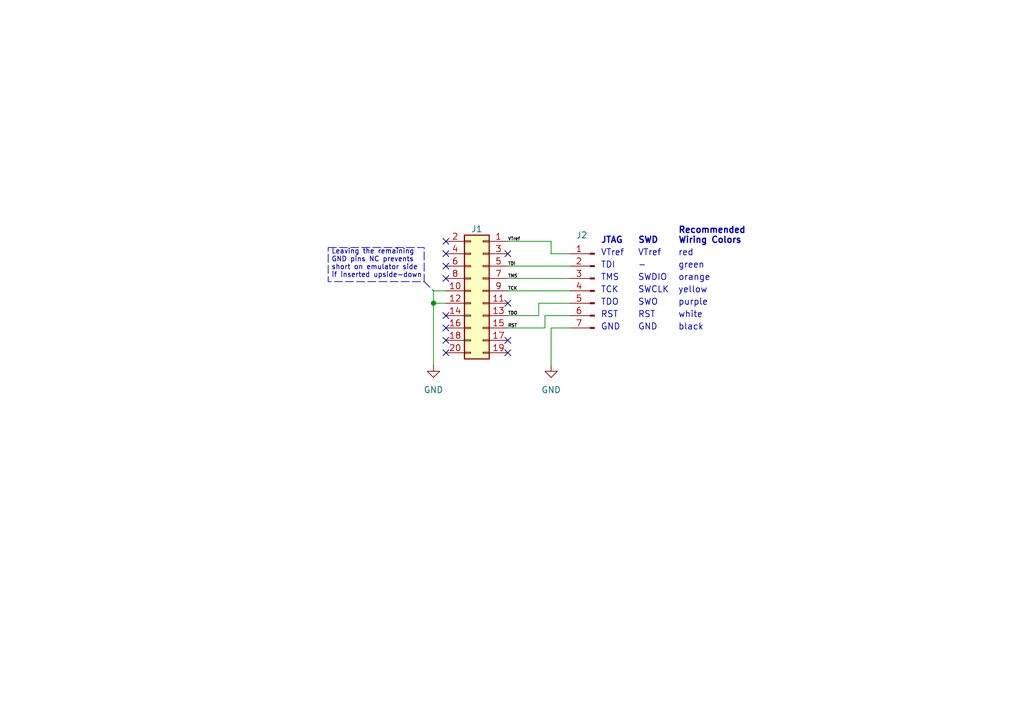
<source format=kicad_sch>
(kicad_sch (version 20230121) (generator eeschema)

  (uuid 4db151bd-4e0c-4cc5-b5f9-660ed31bc70a)

  (paper "A5")

  (title_block
    (title "jtag-wire-adapter")
    (date "2023-04-16")
    (rev "1")
    (company "https://github.com/islandcontroller/jtag-wire-adapter")
  )

  (lib_symbols
    (symbol "Connector:Conn_01x07_Pin" (pin_names (offset 1.016) hide) (in_bom yes) (on_board yes)
      (property "Reference" "J" (at 0 10.16 0)
        (effects (font (size 1.27 1.27)))
      )
      (property "Value" "Conn_01x07_Pin" (at 0 -10.16 0)
        (effects (font (size 1.27 1.27)))
      )
      (property "Footprint" "" (at 0 0 0)
        (effects (font (size 1.27 1.27)) hide)
      )
      (property "Datasheet" "~" (at 0 0 0)
        (effects (font (size 1.27 1.27)) hide)
      )
      (property "ki_locked" "" (at 0 0 0)
        (effects (font (size 1.27 1.27)))
      )
      (property "ki_keywords" "connector" (at 0 0 0)
        (effects (font (size 1.27 1.27)) hide)
      )
      (property "ki_description" "Generic connector, single row, 01x07, script generated" (at 0 0 0)
        (effects (font (size 1.27 1.27)) hide)
      )
      (property "ki_fp_filters" "Connector*:*_1x??_*" (at 0 0 0)
        (effects (font (size 1.27 1.27)) hide)
      )
      (symbol "Conn_01x07_Pin_1_1"
        (polyline
          (pts
            (xy 1.27 -7.62)
            (xy 0.8636 -7.62)
          )
          (stroke (width 0.1524) (type default))
          (fill (type none))
        )
        (polyline
          (pts
            (xy 1.27 -5.08)
            (xy 0.8636 -5.08)
          )
          (stroke (width 0.1524) (type default))
          (fill (type none))
        )
        (polyline
          (pts
            (xy 1.27 -2.54)
            (xy 0.8636 -2.54)
          )
          (stroke (width 0.1524) (type default))
          (fill (type none))
        )
        (polyline
          (pts
            (xy 1.27 0)
            (xy 0.8636 0)
          )
          (stroke (width 0.1524) (type default))
          (fill (type none))
        )
        (polyline
          (pts
            (xy 1.27 2.54)
            (xy 0.8636 2.54)
          )
          (stroke (width 0.1524) (type default))
          (fill (type none))
        )
        (polyline
          (pts
            (xy 1.27 5.08)
            (xy 0.8636 5.08)
          )
          (stroke (width 0.1524) (type default))
          (fill (type none))
        )
        (polyline
          (pts
            (xy 1.27 7.62)
            (xy 0.8636 7.62)
          )
          (stroke (width 0.1524) (type default))
          (fill (type none))
        )
        (rectangle (start 0.8636 -7.493) (end 0 -7.747)
          (stroke (width 0.1524) (type default))
          (fill (type outline))
        )
        (rectangle (start 0.8636 -4.953) (end 0 -5.207)
          (stroke (width 0.1524) (type default))
          (fill (type outline))
        )
        (rectangle (start 0.8636 -2.413) (end 0 -2.667)
          (stroke (width 0.1524) (type default))
          (fill (type outline))
        )
        (rectangle (start 0.8636 0.127) (end 0 -0.127)
          (stroke (width 0.1524) (type default))
          (fill (type outline))
        )
        (rectangle (start 0.8636 2.667) (end 0 2.413)
          (stroke (width 0.1524) (type default))
          (fill (type outline))
        )
        (rectangle (start 0.8636 5.207) (end 0 4.953)
          (stroke (width 0.1524) (type default))
          (fill (type outline))
        )
        (rectangle (start 0.8636 7.747) (end 0 7.493)
          (stroke (width 0.1524) (type default))
          (fill (type outline))
        )
        (pin passive line (at 5.08 7.62 180) (length 3.81)
          (name "Pin_1" (effects (font (size 1.27 1.27))))
          (number "1" (effects (font (size 1.27 1.27))))
        )
        (pin passive line (at 5.08 5.08 180) (length 3.81)
          (name "Pin_2" (effects (font (size 1.27 1.27))))
          (number "2" (effects (font (size 1.27 1.27))))
        )
        (pin passive line (at 5.08 2.54 180) (length 3.81)
          (name "Pin_3" (effects (font (size 1.27 1.27))))
          (number "3" (effects (font (size 1.27 1.27))))
        )
        (pin passive line (at 5.08 0 180) (length 3.81)
          (name "Pin_4" (effects (font (size 1.27 1.27))))
          (number "4" (effects (font (size 1.27 1.27))))
        )
        (pin passive line (at 5.08 -2.54 180) (length 3.81)
          (name "Pin_5" (effects (font (size 1.27 1.27))))
          (number "5" (effects (font (size 1.27 1.27))))
        )
        (pin passive line (at 5.08 -5.08 180) (length 3.81)
          (name "Pin_6" (effects (font (size 1.27 1.27))))
          (number "6" (effects (font (size 1.27 1.27))))
        )
        (pin passive line (at 5.08 -7.62 180) (length 3.81)
          (name "Pin_7" (effects (font (size 1.27 1.27))))
          (number "7" (effects (font (size 1.27 1.27))))
        )
      )
    )
    (symbol "Connector_Generic:Conn_02x10_Odd_Even" (pin_names (offset 1.016) hide) (in_bom yes) (on_board yes)
      (property "Reference" "J" (at 1.27 12.7 0)
        (effects (font (size 1.27 1.27)))
      )
      (property "Value" "Conn_02x10_Odd_Even" (at 1.27 -15.24 0)
        (effects (font (size 1.27 1.27)))
      )
      (property "Footprint" "" (at 0 0 0)
        (effects (font (size 1.27 1.27)) hide)
      )
      (property "Datasheet" "~" (at 0 0 0)
        (effects (font (size 1.27 1.27)) hide)
      )
      (property "ki_keywords" "connector" (at 0 0 0)
        (effects (font (size 1.27 1.27)) hide)
      )
      (property "ki_description" "Generic connector, double row, 02x10, odd/even pin numbering scheme (row 1 odd numbers, row 2 even numbers), script generated (kicad-library-utils/schlib/autogen/connector/)" (at 0 0 0)
        (effects (font (size 1.27 1.27)) hide)
      )
      (property "ki_fp_filters" "Connector*:*_2x??_*" (at 0 0 0)
        (effects (font (size 1.27 1.27)) hide)
      )
      (symbol "Conn_02x10_Odd_Even_1_1"
        (rectangle (start -1.27 -12.573) (end 0 -12.827)
          (stroke (width 0.1524) (type default))
          (fill (type none))
        )
        (rectangle (start -1.27 -10.033) (end 0 -10.287)
          (stroke (width 0.1524) (type default))
          (fill (type none))
        )
        (rectangle (start -1.27 -7.493) (end 0 -7.747)
          (stroke (width 0.1524) (type default))
          (fill (type none))
        )
        (rectangle (start -1.27 -4.953) (end 0 -5.207)
          (stroke (width 0.1524) (type default))
          (fill (type none))
        )
        (rectangle (start -1.27 -2.413) (end 0 -2.667)
          (stroke (width 0.1524) (type default))
          (fill (type none))
        )
        (rectangle (start -1.27 0.127) (end 0 -0.127)
          (stroke (width 0.1524) (type default))
          (fill (type none))
        )
        (rectangle (start -1.27 2.667) (end 0 2.413)
          (stroke (width 0.1524) (type default))
          (fill (type none))
        )
        (rectangle (start -1.27 5.207) (end 0 4.953)
          (stroke (width 0.1524) (type default))
          (fill (type none))
        )
        (rectangle (start -1.27 7.747) (end 0 7.493)
          (stroke (width 0.1524) (type default))
          (fill (type none))
        )
        (rectangle (start -1.27 10.287) (end 0 10.033)
          (stroke (width 0.1524) (type default))
          (fill (type none))
        )
        (rectangle (start -1.27 11.43) (end 3.81 -13.97)
          (stroke (width 0.254) (type default))
          (fill (type background))
        )
        (rectangle (start 3.81 -12.573) (end 2.54 -12.827)
          (stroke (width 0.1524) (type default))
          (fill (type none))
        )
        (rectangle (start 3.81 -10.033) (end 2.54 -10.287)
          (stroke (width 0.1524) (type default))
          (fill (type none))
        )
        (rectangle (start 3.81 -7.493) (end 2.54 -7.747)
          (stroke (width 0.1524) (type default))
          (fill (type none))
        )
        (rectangle (start 3.81 -4.953) (end 2.54 -5.207)
          (stroke (width 0.1524) (type default))
          (fill (type none))
        )
        (rectangle (start 3.81 -2.413) (end 2.54 -2.667)
          (stroke (width 0.1524) (type default))
          (fill (type none))
        )
        (rectangle (start 3.81 0.127) (end 2.54 -0.127)
          (stroke (width 0.1524) (type default))
          (fill (type none))
        )
        (rectangle (start 3.81 2.667) (end 2.54 2.413)
          (stroke (width 0.1524) (type default))
          (fill (type none))
        )
        (rectangle (start 3.81 5.207) (end 2.54 4.953)
          (stroke (width 0.1524) (type default))
          (fill (type none))
        )
        (rectangle (start 3.81 7.747) (end 2.54 7.493)
          (stroke (width 0.1524) (type default))
          (fill (type none))
        )
        (rectangle (start 3.81 10.287) (end 2.54 10.033)
          (stroke (width 0.1524) (type default))
          (fill (type none))
        )
        (pin passive line (at -5.08 10.16 0) (length 3.81)
          (name "Pin_1" (effects (font (size 1.27 1.27))))
          (number "1" (effects (font (size 1.27 1.27))))
        )
        (pin passive line (at 7.62 0 180) (length 3.81)
          (name "Pin_10" (effects (font (size 1.27 1.27))))
          (number "10" (effects (font (size 1.27 1.27))))
        )
        (pin passive line (at -5.08 -2.54 0) (length 3.81)
          (name "Pin_11" (effects (font (size 1.27 1.27))))
          (number "11" (effects (font (size 1.27 1.27))))
        )
        (pin passive line (at 7.62 -2.54 180) (length 3.81)
          (name "Pin_12" (effects (font (size 1.27 1.27))))
          (number "12" (effects (font (size 1.27 1.27))))
        )
        (pin passive line (at -5.08 -5.08 0) (length 3.81)
          (name "Pin_13" (effects (font (size 1.27 1.27))))
          (number "13" (effects (font (size 1.27 1.27))))
        )
        (pin passive line (at 7.62 -5.08 180) (length 3.81)
          (name "Pin_14" (effects (font (size 1.27 1.27))))
          (number "14" (effects (font (size 1.27 1.27))))
        )
        (pin passive line (at -5.08 -7.62 0) (length 3.81)
          (name "Pin_15" (effects (font (size 1.27 1.27))))
          (number "15" (effects (font (size 1.27 1.27))))
        )
        (pin passive line (at 7.62 -7.62 180) (length 3.81)
          (name "Pin_16" (effects (font (size 1.27 1.27))))
          (number "16" (effects (font (size 1.27 1.27))))
        )
        (pin passive line (at -5.08 -10.16 0) (length 3.81)
          (name "Pin_17" (effects (font (size 1.27 1.27))))
          (number "17" (effects (font (size 1.27 1.27))))
        )
        (pin passive line (at 7.62 -10.16 180) (length 3.81)
          (name "Pin_18" (effects (font (size 1.27 1.27))))
          (number "18" (effects (font (size 1.27 1.27))))
        )
        (pin passive line (at -5.08 -12.7 0) (length 3.81)
          (name "Pin_19" (effects (font (size 1.27 1.27))))
          (number "19" (effects (font (size 1.27 1.27))))
        )
        (pin passive line (at 7.62 10.16 180) (length 3.81)
          (name "Pin_2" (effects (font (size 1.27 1.27))))
          (number "2" (effects (font (size 1.27 1.27))))
        )
        (pin passive line (at 7.62 -12.7 180) (length 3.81)
          (name "Pin_20" (effects (font (size 1.27 1.27))))
          (number "20" (effects (font (size 1.27 1.27))))
        )
        (pin passive line (at -5.08 7.62 0) (length 3.81)
          (name "Pin_3" (effects (font (size 1.27 1.27))))
          (number "3" (effects (font (size 1.27 1.27))))
        )
        (pin passive line (at 7.62 7.62 180) (length 3.81)
          (name "Pin_4" (effects (font (size 1.27 1.27))))
          (number "4" (effects (font (size 1.27 1.27))))
        )
        (pin passive line (at -5.08 5.08 0) (length 3.81)
          (name "Pin_5" (effects (font (size 1.27 1.27))))
          (number "5" (effects (font (size 1.27 1.27))))
        )
        (pin passive line (at 7.62 5.08 180) (length 3.81)
          (name "Pin_6" (effects (font (size 1.27 1.27))))
          (number "6" (effects (font (size 1.27 1.27))))
        )
        (pin passive line (at -5.08 2.54 0) (length 3.81)
          (name "Pin_7" (effects (font (size 1.27 1.27))))
          (number "7" (effects (font (size 1.27 1.27))))
        )
        (pin passive line (at 7.62 2.54 180) (length 3.81)
          (name "Pin_8" (effects (font (size 1.27 1.27))))
          (number "8" (effects (font (size 1.27 1.27))))
        )
        (pin passive line (at -5.08 0 0) (length 3.81)
          (name "Pin_9" (effects (font (size 1.27 1.27))))
          (number "9" (effects (font (size 1.27 1.27))))
        )
      )
    )
    (symbol "power:GND" (power) (pin_names (offset 0)) (in_bom yes) (on_board yes)
      (property "Reference" "#PWR" (at 0 -6.35 0)
        (effects (font (size 1.27 1.27)) hide)
      )
      (property "Value" "GND" (at 0 -3.81 0)
        (effects (font (size 1.27 1.27)))
      )
      (property "Footprint" "" (at 0 0 0)
        (effects (font (size 1.27 1.27)) hide)
      )
      (property "Datasheet" "" (at 0 0 0)
        (effects (font (size 1.27 1.27)) hide)
      )
      (property "ki_keywords" "global power" (at 0 0 0)
        (effects (font (size 1.27 1.27)) hide)
      )
      (property "ki_description" "Power symbol creates a global label with name \"GND\" , ground" (at 0 0 0)
        (effects (font (size 1.27 1.27)) hide)
      )
      (symbol "GND_0_1"
        (polyline
          (pts
            (xy 0 0)
            (xy 0 -1.27)
            (xy 1.27 -1.27)
            (xy 0 -2.54)
            (xy -1.27 -1.27)
            (xy 0 -1.27)
          )
          (stroke (width 0) (type default))
          (fill (type none))
        )
      )
      (symbol "GND_1_1"
        (pin power_in line (at 0 0 270) (length 0) hide
          (name "GND" (effects (font (size 1.27 1.27))))
          (number "1" (effects (font (size 1.27 1.27))))
        )
      )
    )
  )

  (junction (at 88.9 62.23) (diameter 0) (color 0 0 0 0)
    (uuid 20dc8122-6dbe-47e4-bb08-331c5dabf5f5)
  )

  (no_connect (at 91.44 57.15) (uuid 08863951-d7c3-4fbd-82db-2436b6d3aa76))
  (no_connect (at 91.44 67.31) (uuid 0dfd3bb4-c39f-4f06-98f7-348dd100f4c3))
  (no_connect (at 91.44 52.07) (uuid 28fa0b42-d327-4212-bc5d-3ad92df2a169))
  (no_connect (at 91.44 49.53) (uuid 30db4376-cfc4-444a-b635-ad64c0509c42))
  (no_connect (at 104.14 72.39) (uuid 5c5d03ff-9019-4583-a346-28ce2df6555a))
  (no_connect (at 91.44 72.39) (uuid 72559d00-a52c-4a26-b740-6336cf907aa6))
  (no_connect (at 91.44 64.77) (uuid 79ceac0c-0083-4d55-a0c0-977bd04f95a2))
  (no_connect (at 104.14 69.85) (uuid 7b54a5ca-c08b-4bf4-b06d-9719436e78e5))
  (no_connect (at 91.44 54.61) (uuid a5b9b62e-08d4-4783-972b-6809bf3d0a47))
  (no_connect (at 104.14 62.23) (uuid b0da603e-b356-4996-b1ab-9e91684c3615))
  (no_connect (at 104.14 52.07) (uuid bee2af4e-70e9-4963-8b4b-24b7bbe51f94))
  (no_connect (at 91.44 69.85) (uuid fb9acba2-b0c5-445d-99c5-33456f0c3446))

  (wire (pts (xy 111.76 64.77) (xy 116.84 64.77))
    (stroke (width 0) (type default))
    (uuid 02c32533-1123-4d94-8b3e-a58036704fb5)
  )
  (wire (pts (xy 88.9 62.23) (xy 91.44 62.23))
    (stroke (width 0) (type default))
    (uuid 197415c5-6104-426d-a8b0-a54018f592f7)
  )
  (wire (pts (xy 104.14 64.77) (xy 110.49 64.77))
    (stroke (width 0) (type default))
    (uuid 1983c1dc-5f3c-4a7e-9469-8ffa898478be)
  )
  (wire (pts (xy 88.9 59.69) (xy 88.9 62.23))
    (stroke (width 0) (type default))
    (uuid 1d8152cf-3732-4b7d-becd-60ff2e056ae1)
  )
  (wire (pts (xy 110.49 62.23) (xy 116.84 62.23))
    (stroke (width 0) (type default))
    (uuid 31599204-9db7-4612-98c1-8caee7d133d9)
  )
  (wire (pts (xy 88.9 59.69) (xy 91.44 59.69))
    (stroke (width 0) (type default))
    (uuid 3918266c-c2c1-4f0f-99b8-92fc5f6c1e00)
  )
  (wire (pts (xy 104.14 67.31) (xy 111.76 67.31))
    (stroke (width 0) (type default))
    (uuid 39630652-9bec-4fa8-843f-a1403b4cd472)
  )
  (wire (pts (xy 113.03 67.31) (xy 113.03 74.93))
    (stroke (width 0) (type default))
    (uuid 4a737d4d-47e6-4c0e-bf90-6ca767423800)
  )
  (wire (pts (xy 113.03 52.07) (xy 116.84 52.07))
    (stroke (width 0) (type default))
    (uuid 566332f4-018c-41d6-80a4-42e4689fe0b0)
  )
  (wire (pts (xy 104.14 49.53) (xy 113.03 49.53))
    (stroke (width 0) (type default))
    (uuid 66fe4ba1-eaf0-4050-9646-1fe8963d7676)
  )
  (wire (pts (xy 111.76 67.31) (xy 111.76 64.77))
    (stroke (width 0) (type default))
    (uuid 69c8ebbb-ec83-4b7d-8f80-fd0a8847746d)
  )
  (polyline (pts (xy 86.995 57.785) (xy 88.9 59.69))
    (stroke (width 0) (type dash))
    (uuid aa57aa86-1475-4537-9b33-0f86ca4faf29)
  )

  (wire (pts (xy 88.9 62.23) (xy 88.9 74.93))
    (stroke (width 0) (type default))
    (uuid abff34ed-affc-4d40-8762-8f23b647ac25)
  )
  (wire (pts (xy 116.84 67.31) (xy 113.03 67.31))
    (stroke (width 0) (type default))
    (uuid aec68ded-14ec-45fd-8764-7d3f53497ac2)
  )
  (wire (pts (xy 104.14 59.69) (xy 116.84 59.69))
    (stroke (width 0) (type default))
    (uuid bb27ecd9-bc6d-41d7-8bc4-bbbbf41601af)
  )
  (wire (pts (xy 113.03 49.53) (xy 113.03 52.07))
    (stroke (width 0) (type default))
    (uuid d3cc777a-bea8-4f26-9eb6-9a0ca21095e0)
  )
  (wire (pts (xy 110.49 64.77) (xy 110.49 62.23))
    (stroke (width 0) (type default))
    (uuid df695373-a9e3-4321-9c62-cc20143a2283)
  )
  (wire (pts (xy 104.14 57.15) (xy 116.84 57.15))
    (stroke (width 0) (type default))
    (uuid e227ca3c-cb54-4e0f-a595-4c774301d052)
  )
  (wire (pts (xy 104.14 54.61) (xy 116.84 54.61))
    (stroke (width 0) (type default))
    (uuid ffa0c12d-5d7f-4a3d-8384-ea3ca1c1973d)
  )

  (rectangle (start 67.31 50.8) (end 86.995 57.785)
    (stroke (width 0) (type dash))
    (fill (type none))
    (uuid 7e627039-2cf7-43b4-9454-04a346aff896)
  )

  (text "orange" (at 139.065 57.785 0)
    (effects (font (size 1.27 1.27)) (justify left bottom))
    (uuid 1c1a460d-0232-454f-b206-2cc76eb6f3b6)
  )
  (text "Recommended\nWiring Colors" (at 139.065 50.165 0)
    (effects (font (size 1.27 1.27) (thickness 0.254) bold) (justify left bottom))
    (uuid 1e35b301-2c0d-4d61-aa79-fb3a81c30110)
  )
  (text "Leaving the remaining\nGND pins NC prevents\nshort on emulator side\nif inserted upside-down"
    (at 67.945 57.15 0)
    (effects (font (size 1 1)) (justify left bottom))
    (uuid 26e91f34-7277-497a-9a86-b3aec7323c57)
  )
  (text "SWDIO" (at 130.81 57.785 0)
    (effects (font (size 1.27 1.27)) (justify left bottom))
    (uuid 2bc5a64e-5bff-46a5-81a2-3275916aa482)
  )
  (text "black" (at 139.065 67.945 0)
    (effects (font (size 1.27 1.27)) (justify left bottom))
    (uuid 2becdd41-7500-40a2-8059-88f4ade6904b)
  )
  (text "white" (at 139.065 65.405 0)
    (effects (font (size 1.27 1.27)) (justify left bottom))
    (uuid 32c0e291-544e-41fc-a069-6690d67808a7)
  )
  (text "JTAG" (at 123.19 50.165 0)
    (effects (font (size 1.27 1.27) (thickness 0.254) bold) (justify left bottom))
    (uuid 393d7a8c-c418-4183-9603-157af9822a28)
  )
  (text "SWO\n" (at 130.81 62.865 0)
    (effects (font (size 1.27 1.27)) (justify left bottom))
    (uuid 39c4c7c9-5a8a-4425-b3aa-e10dc0b2bdfd)
  )
  (text "SWCLK" (at 130.81 60.325 0)
    (effects (font (size 1.27 1.27)) (justify left bottom))
    (uuid 3ab822a6-94c2-4bf6-ac86-0a10e26b14f0)
  )
  (text "RST" (at 130.81 65.405 0)
    (effects (font (size 1.27 1.27)) (justify left bottom))
    (uuid 45256215-243d-43b3-929a-a79bfc58d0de)
  )
  (text "yellow" (at 139.065 60.325 0)
    (effects (font (size 1.27 1.27)) (justify left bottom))
    (uuid 45c39b3d-e8ad-4cf5-acef-3aac05866059)
  )
  (text "TMS" (at 123.19 57.785 0)
    (effects (font (size 1.27 1.27)) (justify left bottom))
    (uuid 6221eb0a-5405-433b-8af6-a244af7a89b8)
  )
  (text "TDO\n" (at 123.19 62.865 0)
    (effects (font (size 1.27 1.27)) (justify left bottom))
    (uuid 6871d6c9-540e-4719-8958-a2e5bcda113a)
  )
  (text "VTref" (at 123.19 52.705 0)
    (effects (font (size 1.27 1.27)) (justify left bottom))
    (uuid 76faf11e-77a3-4a09-9810-b7683593eae8)
  )
  (text "TCK" (at 123.19 60.325 0)
    (effects (font (size 1.27 1.27)) (justify left bottom))
    (uuid 814d34d5-1382-4eb4-ba9c-504b494a02ac)
  )
  (text "GND" (at 123.19 67.945 0)
    (effects (font (size 1.27 1.27)) (justify left bottom))
    (uuid 848195a9-e56e-4fd3-9d9e-11540bd04210)
  )
  (text "TDI" (at 123.19 55.245 0)
    (effects (font (size 1.27 1.27)) (justify left bottom))
    (uuid 9b9c6858-c2f0-4137-b022-df9e4bf2d82d)
  )
  (text "green" (at 139.065 55.245 0)
    (effects (font (size 1.27 1.27)) (justify left bottom))
    (uuid b46955e6-fbff-4f6a-a065-39987c7f8872)
  )
  (text "purple\n" (at 139.065 62.865 0)
    (effects (font (size 1.27 1.27)) (justify left bottom))
    (uuid b5ff8ea9-880c-4214-99c4-802d41d691fd)
  )
  (text "VTref" (at 130.81 52.705 0)
    (effects (font (size 1.27 1.27)) (justify left bottom))
    (uuid b8e58d3d-df88-4b49-9ecf-ecacc4e8cb33)
  )
  (text "red" (at 139.065 52.705 0)
    (effects (font (size 1.27 1.27)) (justify left bottom))
    (uuid bf73aeed-0c99-4fd4-b763-98d201f3d654)
  )
  (text "RST" (at 123.19 65.405 0)
    (effects (font (size 1.27 1.27)) (justify left bottom))
    (uuid df19f663-380a-4a1f-b601-cbd15e8b4305)
  )
  (text "SWD" (at 130.81 50.165 0)
    (effects (font (size 1.27 1.27) (thickness 0.254) bold) (justify left bottom))
    (uuid e61509f3-2f18-4a61-8516-0fb323508093)
  )
  (text "-" (at 130.81 55.245 0)
    (effects (font (size 1.27 1.27)) (justify left bottom))
    (uuid eac4de9a-5b34-4565-9bde-c29a2effceed)
  )
  (text "GND" (at 130.81 67.945 0)
    (effects (font (size 1.27 1.27)) (justify left bottom))
    (uuid f0769bc4-2b3c-4597-9496-91dc551fb0ec)
  )

  (label "RST" (at 104.14 67.31 0) (fields_autoplaced)
    (effects (font (size 0.65 0.65)) (justify left bottom))
    (uuid 4f2cab37-8dfb-4aec-843f-bc5e8f0ded9f)
  )
  (label "TMS" (at 104.14 57.15 0) (fields_autoplaced)
    (effects (font (size 0.65 0.65)) (justify left bottom))
    (uuid 7298aad1-5a46-4a02-83cf-c480b84ff966)
  )
  (label "TDO" (at 104.14 64.77 0) (fields_autoplaced)
    (effects (font (size 0.65 0.65)) (justify left bottom))
    (uuid 75039a13-39ac-4b5e-b67b-05e787ab11de)
  )
  (label "TCK" (at 104.14 59.69 0) (fields_autoplaced)
    (effects (font (size 0.65 0.65)) (justify left bottom))
    (uuid 7808d133-29f3-4117-bace-14a3296d8660)
  )
  (label "VTref" (at 104.14 49.53 0) (fields_autoplaced)
    (effects (font (size 0.65 0.65)) (justify left bottom))
    (uuid 9ee24cc9-7f47-4882-a829-68fe5c1d5071)
  )
  (label "TDI" (at 104.14 54.61 0) (fields_autoplaced)
    (effects (font (size 0.65 0.65)) (justify left bottom))
    (uuid f218080a-56ea-4ac6-a401-5ef6f0f003d8)
  )

  (symbol (lib_id "power:GND") (at 88.9 74.93 0) (unit 1)
    (in_bom yes) (on_board yes) (dnp no) (fields_autoplaced)
    (uuid 43cd3dc4-6498-4886-ad72-30d6ae290154)
    (property "Reference" "#PWR02" (at 88.9 81.28 0)
      (effects (font (size 1.27 1.27)) hide)
    )
    (property "Value" "GND" (at 88.9 80.01 0)
      (effects (font (size 1.27 1.27)))
    )
    (property "Footprint" "" (at 88.9 74.93 0)
      (effects (font (size 1.27 1.27)) hide)
    )
    (property "Datasheet" "" (at 88.9 74.93 0)
      (effects (font (size 1.27 1.27)) hide)
    )
    (pin "1" (uuid c3ac897e-ce53-4e69-9f91-54dc4902eb78))
    (instances
      (project "jtag-wire-adapter"
        (path "/4db151bd-4e0c-4cc5-b5f9-660ed31bc70a"
          (reference "#PWR02") (unit 1)
        )
      )
    )
  )

  (symbol (lib_id "Connector_Generic:Conn_02x10_Odd_Even") (at 99.06 59.69 0) (mirror y) (unit 1)
    (in_bom yes) (on_board yes) (dnp no)
    (uuid 72d1a311-24e6-4e24-ac74-bb527a3fd0b5)
    (property "Reference" "J1" (at 97.79 46.99 0)
      (effects (font (size 1.27 1.27)))
    )
    (property "Value" "Conn_02x10_Odd_Even" (at 97.79 46.99 0)
      (effects (font (size 1.27 1.27)) hide)
    )
    (property "Footprint" "Connector_PinSocket_2.54mm:PinSocket_2x10_P2.54mm_Horizontal" (at 99.06 59.69 0)
      (effects (font (size 1.27 1.27)) hide)
    )
    (property "Datasheet" "~" (at 99.06 59.69 0)
      (effects (font (size 1.27 1.27)) hide)
    )
    (pin "1" (uuid d99ed11c-18dd-4322-a78d-c1a38cd3c81c))
    (pin "10" (uuid 67e83884-37f3-4557-9470-0cecf92734e4))
    (pin "11" (uuid 77c68514-eea9-4595-b86d-823d1f488dfb))
    (pin "12" (uuid 6bff2eb1-8b97-457e-9913-bd9a6f53f868))
    (pin "13" (uuid 863be438-7524-4d15-8627-7867d2b2b4ca))
    (pin "14" (uuid 0d8f4aaf-74b9-4ed4-9629-e9fda7175502))
    (pin "15" (uuid 532a2397-bccd-4b23-80a0-b22e109d3370))
    (pin "16" (uuid 8f9bcfa3-33df-44c4-b767-b70e4a322438))
    (pin "17" (uuid 6f2b768e-7a4f-4e69-b1a0-90a06b076608))
    (pin "18" (uuid a639724e-e649-48a9-9547-fa3336595006))
    (pin "19" (uuid 68407c37-fa87-4381-87ac-e9a80a5b3187))
    (pin "2" (uuid 798ed813-1f0f-4e11-bf84-c133ccf85856))
    (pin "20" (uuid a292a4a6-2d17-43d5-84a0-cb86bb92da89))
    (pin "3" (uuid 69495ab2-1877-46b9-96b5-b7061bbc9868))
    (pin "4" (uuid f97b91db-b2de-457e-94c6-e82d8f2175cc))
    (pin "5" (uuid decec3f4-1965-4813-894f-0467874f2a81))
    (pin "6" (uuid 15865def-ceec-4e9c-8c33-01c542a98247))
    (pin "7" (uuid b67184a8-5783-445d-8cfa-a2d7a147880d))
    (pin "8" (uuid d72821d5-5f0b-4b24-91e6-9832952e6222))
    (pin "9" (uuid 4a87ede1-0415-46d8-9b24-28345240ae6a))
    (instances
      (project "jtag-wire-adapter"
        (path "/4db151bd-4e0c-4cc5-b5f9-660ed31bc70a"
          (reference "J1") (unit 1)
        )
      )
    )
  )

  (symbol (lib_id "Connector:Conn_01x07_Pin") (at 121.92 59.69 0) (mirror y) (unit 1)
    (in_bom yes) (on_board yes) (dnp no)
    (uuid 8534d73b-ff6a-49ed-81b0-447731fe514b)
    (property "Reference" "J2" (at 118.11 48.26 0)
      (effects (font (size 1.27 1.27)) (justify right))
    )
    (property "Value" "Conn_01x07_Pin" (at 123.19 61.595 0)
      (effects (font (size 1.27 1.27)) (justify right) hide)
    )
    (property "Footprint" "Connector_PinHeader_2.54mm:PinHeader_1x07_P2.54mm_Horizontal" (at 121.92 59.69 0)
      (effects (font (size 1.27 1.27)) hide)
    )
    (property "Datasheet" "~" (at 121.92 59.69 0)
      (effects (font (size 1.27 1.27)) hide)
    )
    (pin "1" (uuid 58c7e843-d406-4ca1-b830-cf5696943a7d))
    (pin "2" (uuid e431e94f-257f-4481-bb42-d8b0ee709d1d))
    (pin "3" (uuid cfd00116-cd61-400d-a5e8-6c76eedbe679))
    (pin "4" (uuid 9a60abe1-70e2-4e80-8eaa-e8ebe8ae538d))
    (pin "5" (uuid 69537c36-4310-4869-bc77-f4fef9d91a89))
    (pin "6" (uuid 0a6a0ff1-ec6f-4eb5-bf3d-3ebc8256338f))
    (pin "7" (uuid 5d879536-f5be-415f-b71e-e860b6361be2))
    (instances
      (project "jtag-wire-adapter"
        (path "/4db151bd-4e0c-4cc5-b5f9-660ed31bc70a"
          (reference "J2") (unit 1)
        )
      )
    )
  )

  (symbol (lib_id "power:GND") (at 113.03 74.93 0) (unit 1)
    (in_bom yes) (on_board yes) (dnp no) (fields_autoplaced)
    (uuid ba189fa1-ee81-437b-b06f-8e074c1cedb3)
    (property "Reference" "#PWR01" (at 113.03 81.28 0)
      (effects (font (size 1.27 1.27)) hide)
    )
    (property "Value" "GND" (at 113.03 80.01 0)
      (effects (font (size 1.27 1.27)))
    )
    (property "Footprint" "" (at 113.03 74.93 0)
      (effects (font (size 1.27 1.27)) hide)
    )
    (property "Datasheet" "" (at 113.03 74.93 0)
      (effects (font (size 1.27 1.27)) hide)
    )
    (pin "1" (uuid f429c275-baa0-4f10-830d-f154c9640b73))
    (instances
      (project "jtag-wire-adapter"
        (path "/4db151bd-4e0c-4cc5-b5f9-660ed31bc70a"
          (reference "#PWR01") (unit 1)
        )
      )
    )
  )

  (sheet_instances
    (path "/" (page "1"))
  )
)

</source>
